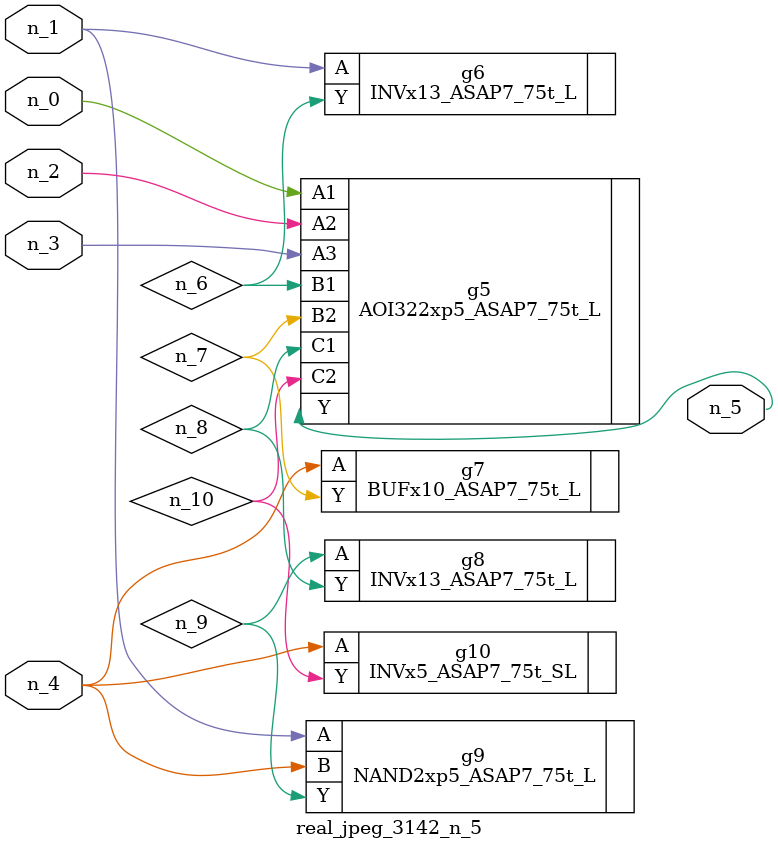
<source format=v>
module real_jpeg_3142_n_5 (n_4, n_0, n_1, n_2, n_3, n_5);

input n_4;
input n_0;
input n_1;
input n_2;
input n_3;

output n_5;

wire n_8;
wire n_6;
wire n_7;
wire n_10;
wire n_9;

AOI322xp5_ASAP7_75t_L g5 ( 
.A1(n_0),
.A2(n_2),
.A3(n_3),
.B1(n_6),
.B2(n_7),
.C1(n_8),
.C2(n_10),
.Y(n_5)
);

INVx13_ASAP7_75t_L g6 ( 
.A(n_1),
.Y(n_6)
);

NAND2xp5_ASAP7_75t_L g9 ( 
.A(n_1),
.B(n_4),
.Y(n_9)
);

BUFx10_ASAP7_75t_L g7 ( 
.A(n_4),
.Y(n_7)
);

INVx5_ASAP7_75t_SL g10 ( 
.A(n_4),
.Y(n_10)
);

INVx13_ASAP7_75t_L g8 ( 
.A(n_9),
.Y(n_8)
);


endmodule
</source>
